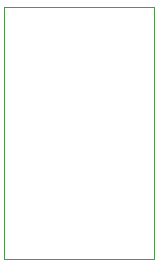
<source format=gbr>
%TF.GenerationSoftware,KiCad,Pcbnew,(5.1.6)-1*%
%TF.CreationDate,2020-10-05T22:36:01-05:00*%
%TF.ProjectId,ice30lp384_dev_board,69636533-306c-4703-9338-345f6465765f,rev?*%
%TF.SameCoordinates,Original*%
%TF.FileFunction,Profile,NP*%
%FSLAX46Y46*%
G04 Gerber Fmt 4.6, Leading zero omitted, Abs format (unit mm)*
G04 Created by KiCad (PCBNEW (5.1.6)-1) date 2020-10-05 22:36:01*
%MOMM*%
%LPD*%
G01*
G04 APERTURE LIST*
%TA.AperFunction,Profile*%
%ADD10C,0.100000*%
%TD*%
G04 APERTURE END LIST*
D10*
X125349000Y-47117000D02*
X125349000Y-68453000D01*
X112649000Y-47117000D02*
X125349000Y-47117000D01*
X112649000Y-68453000D02*
X112649000Y-47117000D01*
X125349000Y-68453000D02*
X112649000Y-68453000D01*
M02*

</source>
